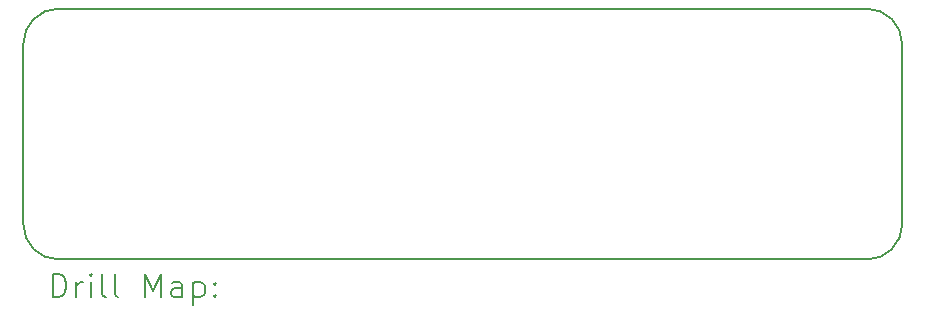
<source format=gbr>
%TF.GenerationSoftware,KiCad,Pcbnew,9.0.6*%
%TF.CreationDate,2026-01-18T22:32:43-05:00*%
%TF.ProjectId,Photon,50686f74-6f6e-42e6-9b69-6361645f7063,1.3*%
%TF.SameCoordinates,Original*%
%TF.FileFunction,Drillmap*%
%TF.FilePolarity,Positive*%
%FSLAX45Y45*%
G04 Gerber Fmt 4.5, Leading zero omitted, Abs format (unit mm)*
G04 Created by KiCad (PCBNEW 9.0.6) date 2026-01-18 22:32:43*
%MOMM*%
%LPD*%
G01*
G04 APERTURE LIST*
%ADD10C,0.200000*%
G04 APERTURE END LIST*
D10*
X6753300Y-4772300D02*
X13595500Y-4772300D01*
X13895500Y-6596300D02*
G75*
G02*
X13595500Y-6896300I-300000J0D01*
G01*
X6753300Y-6896300D02*
G75*
G02*
X6453300Y-6596300I0J300000D01*
G01*
X13895500Y-5072300D02*
X13895500Y-6596300D01*
X6453300Y-5072300D02*
G75*
G02*
X6753300Y-4772300I300000J0D01*
G01*
X13595500Y-6896300D02*
X6753300Y-6896300D01*
X13595500Y-4772300D02*
G75*
G02*
X13895500Y-5072300I0J-300000D01*
G01*
X6453300Y-6596300D02*
X6453300Y-5072300D01*
X6704077Y-7217784D02*
X6704077Y-7017784D01*
X6704077Y-7017784D02*
X6751696Y-7017784D01*
X6751696Y-7017784D02*
X6780267Y-7027308D01*
X6780267Y-7027308D02*
X6799315Y-7046355D01*
X6799315Y-7046355D02*
X6808839Y-7065403D01*
X6808839Y-7065403D02*
X6818363Y-7103498D01*
X6818363Y-7103498D02*
X6818363Y-7132069D01*
X6818363Y-7132069D02*
X6808839Y-7170165D01*
X6808839Y-7170165D02*
X6799315Y-7189212D01*
X6799315Y-7189212D02*
X6780267Y-7208260D01*
X6780267Y-7208260D02*
X6751696Y-7217784D01*
X6751696Y-7217784D02*
X6704077Y-7217784D01*
X6904077Y-7217784D02*
X6904077Y-7084450D01*
X6904077Y-7122546D02*
X6913601Y-7103498D01*
X6913601Y-7103498D02*
X6923124Y-7093974D01*
X6923124Y-7093974D02*
X6942172Y-7084450D01*
X6942172Y-7084450D02*
X6961220Y-7084450D01*
X7027886Y-7217784D02*
X7027886Y-7084450D01*
X7027886Y-7017784D02*
X7018363Y-7027308D01*
X7018363Y-7027308D02*
X7027886Y-7036831D01*
X7027886Y-7036831D02*
X7037410Y-7027308D01*
X7037410Y-7027308D02*
X7027886Y-7017784D01*
X7027886Y-7017784D02*
X7027886Y-7036831D01*
X7151696Y-7217784D02*
X7132648Y-7208260D01*
X7132648Y-7208260D02*
X7123124Y-7189212D01*
X7123124Y-7189212D02*
X7123124Y-7017784D01*
X7256458Y-7217784D02*
X7237410Y-7208260D01*
X7237410Y-7208260D02*
X7227886Y-7189212D01*
X7227886Y-7189212D02*
X7227886Y-7017784D01*
X7485029Y-7217784D02*
X7485029Y-7017784D01*
X7485029Y-7017784D02*
X7551696Y-7160641D01*
X7551696Y-7160641D02*
X7618363Y-7017784D01*
X7618363Y-7017784D02*
X7618363Y-7217784D01*
X7799315Y-7217784D02*
X7799315Y-7113022D01*
X7799315Y-7113022D02*
X7789791Y-7093974D01*
X7789791Y-7093974D02*
X7770744Y-7084450D01*
X7770744Y-7084450D02*
X7732648Y-7084450D01*
X7732648Y-7084450D02*
X7713601Y-7093974D01*
X7799315Y-7208260D02*
X7780267Y-7217784D01*
X7780267Y-7217784D02*
X7732648Y-7217784D01*
X7732648Y-7217784D02*
X7713601Y-7208260D01*
X7713601Y-7208260D02*
X7704077Y-7189212D01*
X7704077Y-7189212D02*
X7704077Y-7170165D01*
X7704077Y-7170165D02*
X7713601Y-7151117D01*
X7713601Y-7151117D02*
X7732648Y-7141593D01*
X7732648Y-7141593D02*
X7780267Y-7141593D01*
X7780267Y-7141593D02*
X7799315Y-7132069D01*
X7894553Y-7084450D02*
X7894553Y-7284450D01*
X7894553Y-7093974D02*
X7913601Y-7084450D01*
X7913601Y-7084450D02*
X7951696Y-7084450D01*
X7951696Y-7084450D02*
X7970744Y-7093974D01*
X7970744Y-7093974D02*
X7980267Y-7103498D01*
X7980267Y-7103498D02*
X7989791Y-7122546D01*
X7989791Y-7122546D02*
X7989791Y-7179688D01*
X7989791Y-7179688D02*
X7980267Y-7198736D01*
X7980267Y-7198736D02*
X7970744Y-7208260D01*
X7970744Y-7208260D02*
X7951696Y-7217784D01*
X7951696Y-7217784D02*
X7913601Y-7217784D01*
X7913601Y-7217784D02*
X7894553Y-7208260D01*
X8075505Y-7198736D02*
X8085029Y-7208260D01*
X8085029Y-7208260D02*
X8075505Y-7217784D01*
X8075505Y-7217784D02*
X8065982Y-7208260D01*
X8065982Y-7208260D02*
X8075505Y-7198736D01*
X8075505Y-7198736D02*
X8075505Y-7217784D01*
X8075505Y-7093974D02*
X8085029Y-7103498D01*
X8085029Y-7103498D02*
X8075505Y-7113022D01*
X8075505Y-7113022D02*
X8065982Y-7103498D01*
X8065982Y-7103498D02*
X8075505Y-7093974D01*
X8075505Y-7093974D02*
X8075505Y-7113022D01*
M02*

</source>
